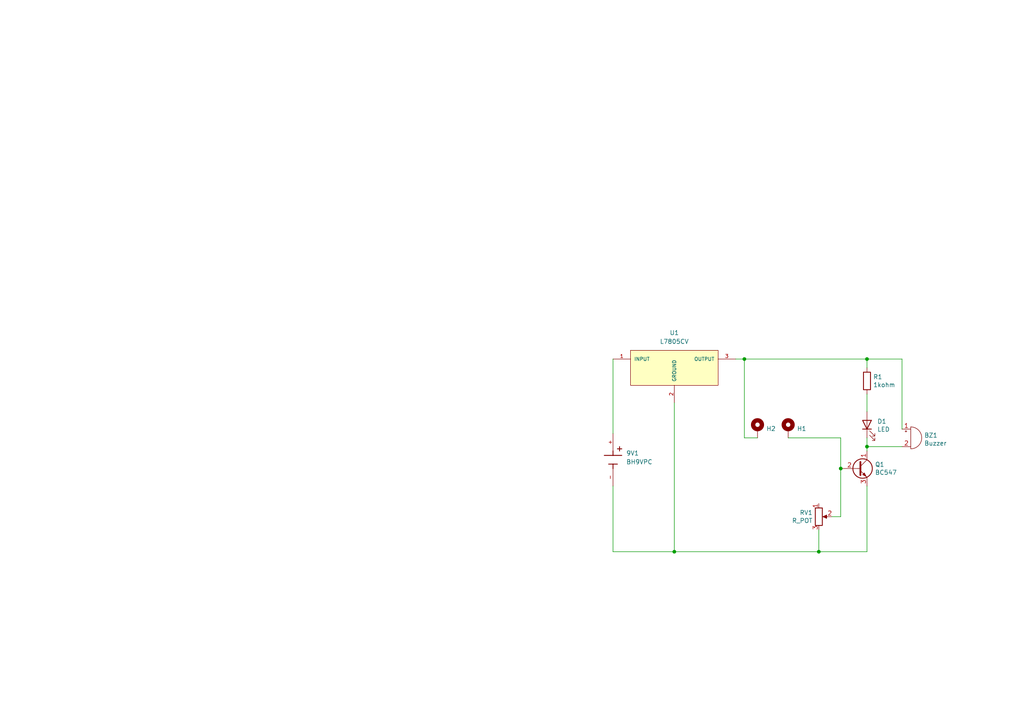
<source format=kicad_sch>
(kicad_sch (version 20211123) (generator eeschema)
  (paper "A4")
  (title_block (title "Soil Humidity Detection Device") (comment 1 "Omer Faruk Bayir") (comment 2 "180208063"))
  (lib_symbols
    (symbol "BH9VPC:BH9VPC" (pin_names (offset 1.016))
      (property "Reference" "BT" (at -3.81 3.81 0))
      (property "Value" "BH9VPC" (at -3.81 -5.08 0))
      (symbol "BH9VPC_0_0"
        (polyline (pts (xy -3.81 1.905) (xy -2.54 1.905)) (stroke (width 0.254)))
        (polyline (pts (xy -3.175 2.54) (xy -3.175 1.27)) (stroke (width 0.254)))
        (polyline (pts (xy -1.27 0) (xy -2.54 0)) (stroke (width 0.254)))
        (polyline (pts (xy -1.27 0) (xy -1.27 -2.54)) (stroke (width 0.254)))
        (polyline (pts (xy -1.27 2.54) (xy -1.27 0)) (stroke (width 0.254)))
        (polyline (pts (xy 1.27 0) (xy 1.27 -1.27)) (stroke (width 0.254)))
        (polyline (pts (xy 1.27 0) (xy 2.54 0)) (stroke (width 0.254)))
        (polyline (pts (xy 1.27 1.27) (xy 1.27 0)) (stroke (width 0.254)))
        (pin passive line (at -7.62 0 0) (length 5.08) (name "~") (number "+"))
        (pin passive line (at 7.62 0 180) (length 5.08) (name "~") (number "-"))
      )
    )
    (symbol "Device:Buzzer" (pin_names (offset 0.0254) hide)
      (property "Reference" "BZ" (at 3.81 1.27 0))
      (property "Value" "Buzzer" (at 3.81 -1.27 0))
      (symbol "Buzzer_0_1"
        (arc (start 0 -3.175) (mid 3.175 0) (end 0 3.175))
        (polyline (pts (xy -1.651 1.905) (xy -1.143 1.905)))
        (polyline (pts (xy -1.397 2.159) (xy -1.397 1.651)))
        (polyline (pts (xy 0 3.175) (xy 0 -3.175)))
      )
      (symbol "Buzzer_1_1"
        (pin passive line (at -2.54 2.54 0) (length 2.54) (name "-") (number "1"))
        (pin passive line (at -2.54 -2.54 0) (length 2.54) (name "+") (number "2"))
      )
    )
    (symbol "Device:LED" (pin_numbers hide) (pin_names (offset 1.016) hide)
      (property "Reference" "D" (at 0 2.54 0))
      (property "Value" "LED" (at 0 -2.54 0))
      (symbol "LED_0_1"
        (polyline (pts (xy -1.27 -1.27) (xy -1.27 1.27)) (stroke (width 0.254)))
        (polyline (pts (xy -1.27 0) (xy 1.27 0)))
        (polyline (pts (xy 1.27 -1.27) (xy 1.27 1.27) (xy -1.27 0) (xy 1.27 -1.27)) (stroke (width 0.254)))
        (polyline (pts (xy -3.048 -0.762) (xy -4.572 -2.286) (xy -3.81 -2.286) (xy -4.572 -2.286) (xy -4.572 -1.524)))
        (polyline (pts (xy -1.778 -0.762) (xy -3.302 -2.286) (xy -2.54 -2.286) (xy -3.302 -2.286) (xy -3.302 -1.524)))
      )
      (symbol "LED_1_1"
        (pin passive line (at -3.81 0 0) (length 2.54) (name "K") (number "1"))
        (pin passive line (at 3.81 0 180) (length 2.54) (name "A") (number "2"))
      )
    )
    (symbol "Device:R" (pin_numbers hide) (pin_names (offset 0))
      (property "Reference" "R" (at 2.032 0 90))
      (property "Value" "R" (at 0 0 90))
      (symbol "R_0_1"
        (rectangle (start -1.016 -2.54) (end 1.016 2.54) (stroke (width 0.254)))
      )
      (symbol "R_1_1"
        (pin passive line (at 0 3.81 270) (length 1.27) (name "~") (number "1"))
        (pin passive line (at 0 -3.81 90) (length 1.27) (name "~") (number "2"))
      )
    )
    (symbol "L7805CV:L7805CV" (pin_names (offset 1.016))
      (property "Reference" "U" (at -12.7 5.842 0))
      (property "Value" "L7805CV" (at -12.7 -7.62 0))
      (symbol "L7805CV_0_0"
        (rectangle (start -12.7 5.08) (end 12.7 -5.08) (stroke (width 0.1524)) (fill (type background)))
        (pin input line (at -17.78 2.54 0) (length 5.08) (name "INPUT") (number "1"))
        (pin power_in line (at 0 -10.16 90) (length 5.08) (name "GROUND") (number "2"))
        (pin output line (at 17.78 2.54 180) (length 5.08) (name "OUTPUT") (number "3"))
      )
    )
    (symbol "Mechanical:MountingHole_Pad" (pin_numbers hide) (pin_names (offset 1.016) hide)
      (property "Reference" "H" (at 0 6.35 0))
      (property "Value" "MountingHole_Pad" (at 0 4.445 0))
      (symbol "MountingHole_Pad_0_1"
        (circle (center 0 1.27) (radius 1.27) (stroke (width 1.27)))
      )
      (symbol "MountingHole_Pad_1_1"
        (pin input line (at 0 -2.54 90) (length 2.54) (name "1") (number "1"))
      )
    )
    (symbol "Resistive-Soil-Humidity-Sensor-rescue:R_POT-Device" (pin_names (offset 1.016) hide)
      (property "Reference" "RV" (at -4.445 0 90))
      (property "Value" "R_POT-Device" (at -2.54 0 90))
      (symbol "R_POT-Device_0_1"
        (polyline (pts (xy 2.54 0) (xy 1.524 0)))
        (polyline (pts (xy 1.143 0) (xy 2.286 0.508) (xy 2.286 -0.508) (xy 1.143 0)) (fill (type outline)))
        (rectangle (start 1.016 2.54) (end -1.016 -2.54) (stroke (width 0.254)))
      )
      (symbol "R_POT-Device_1_1"
        (pin passive line (at 0 3.81 270) (length 1.27) (name "1") (number "1"))
        (pin passive line (at 3.81 0 180) (length 1.27) (name "2") (number "2"))
        (pin passive line (at 0 -3.81 90) (length 1.27) (name "3") (number "3"))
      )
    )
    (symbol "Transistor_BJT:BC547" (pin_names (offset 0) hide)
      (property "Reference" "Q" (at 5.08 1.905 0))
      (property "Value" "BC547" (at 5.08 0 0))
      (symbol "BC547_0_1"
        (polyline (pts (xy 0 0) (xy 0.635 0)))
        (polyline (pts (xy 0.635 0.635) (xy 2.54 2.54)))
        (polyline (pts (xy 0.635 -0.635) (xy 2.54 -2.54) (xy 2.54 -2.54)))
        (polyline (pts (xy 0.635 1.905) (xy 0.635 -1.905) (xy 0.635 -1.905)) (stroke (width 0.508)))
        (polyline (pts (xy 1.27 -1.778) (xy 1.778 -1.27) (xy 2.286 -2.286) (xy 1.27 -1.778) (xy 1.27 -1.778)) (fill (type outline)))
        (circle (center 1.27 0) (radius 2.8194) (stroke (width 0.254)))
      )
      (symbol "BC547_1_1"
        (pin passive line (at 2.54 5.08 270) (length 2.54) (name "C") (number "1"))
        (pin input line (at -5.08 0 0) (length 5.08) (name "B") (number "2"))
        (pin passive line (at 2.54 -5.08 90) (length 2.54) (name "E") (number "3"))
      )
    )
  )
  (junction (at 251.46 104.14))
  (junction (at 251.46 129.54))
  (junction (at 243.84 135.89))
  (junction (at 215.9 104.14))
  (junction (at 195.58 160.02))
  (junction (at 237.49 160.02))
  (wire (pts (xy 251.46 127) (xy 251.46 129.54)))
  (wire (pts (xy 243.84 135.89) (xy 243.84 127)))
  (wire (pts (xy 177.8 160.02) (xy 195.58 160.02)))
  (wire (pts (xy 251.46 104.14) (xy 251.46 106.68)))
  (wire (pts (xy 213.36 104.14) (xy 215.9 104.14)))
  (wire (pts (xy 261.62 124.46) (xy 261.62 104.14)))
  (wire (pts (xy 195.58 160.02) (xy 237.49 160.02)))
  (wire (pts (xy 215.9 104.14) (xy 251.46 104.14)))
  (wire (pts (xy 243.84 135.89) (xy 243.84 149.86)))
  (wire (pts (xy 261.62 129.54) (xy 251.46 129.54)))
  (wire (pts (xy 228.6 127) (xy 243.84 127)))
  (wire (pts (xy 241.3 149.86) (xy 243.84 149.86)))
  (wire (pts (xy 215.9 104.14) (xy 215.9 127)))
  (wire (pts (xy 251.46 160.02) (xy 237.49 160.02)))
  (wire (pts (xy 177.8 140.97) (xy 177.8 160.02)))
  (wire (pts (xy 177.8 104.14) (xy 177.8 125.73)))
  (wire (pts (xy 251.46 114.3) (xy 251.46 119.38)))
  (wire (pts (xy 195.58 116.84) (xy 195.58 160.02)))
  (wire (pts (xy 215.9 127) (xy 219.71 127)))
  (wire (pts (xy 261.62 104.14) (xy 251.46 104.14)))
  (wire (pts (xy 237.49 153.67) (xy 237.49 160.02)))
  (wire (pts (xy 251.46 140.97) (xy 251.46 160.02)))
  (wire (pts (xy 251.46 129.54) (xy 251.46 130.81)))
  (symbol (lib_id "Transistor_BJT:BC547") (at 248.92 135.89 0) (unit 1)
    (property "Reference" "Q1" (at 253.7714 134.7216 0) (effects (justify left)))
    (property "Value" "BC547" (at 253.7714 137.033 0) (effects (justify left)))
    (property "Footprint" "Package_TO_SOT_THT:TO-92_Inline" (effects hide))
    (property "Datasheet" "http://www.fairchildsemi.com/ds/BC/BC547.pdf" (effects hide))
  )
  (symbol (lib_id "Device:LED") (at 251.46 123.19 90) (unit 1)
    (property "Reference" "D1" (at 254.4318 122.2248 90) (effects (justify right)))
    (property "Value" "LED" (at 254.4318 124.5362 90) (effects (justify right)))
    (property "Footprint" "LED_THT:LED_D3.0mm_FlatTop" (effects hide))
  )
  (symbol (lib_id "Device:R") (at 251.46 110.49 0) (unit 1)
    (property "Reference" "R1" (at 253.238 109.3216 0) (effects (justify left)))
    (property "Value" "1kohm" (at 253.238 111.633 0) (effects (justify left)))
    (property "Footprint" "Resistor_SMD:R_0402_1005Metric" (effects hide))
  )
  (symbol (lib_id "Device:Buzzer") (at 264.16 127 0) (unit 1)
    (property "Reference" "BZ1" (at 268.0462 126.2634 0) (effects (justify left)))
    (property "Value" "Buzzer" (at 268.0462 128.5748 0) (effects (justify left)))
    (property "Footprint" "Buzzer_Beeper:Buzzer_12x9.5RM7.6" (effects hide))
  )
  (symbol (lib_id "Resistive-Soil-Humidity-Sensor-rescue:R_POT-Device") (at 237.49 149.86 0) (unit 1)
    (property "Reference" "RV1" (at 235.712 148.6916 0) (effects (justify right)))
    (property "Value" "R_POT" (at 235.712 151.003 0) (effects (justify right)))
    (property "Footprint" "Potentiometer_THT:Potentiometer_Bourns_3266Y_Vertical" (effects hide))
  )
  (symbol (lib_id "Mechanical:MountingHole_Pad") (at 219.71 124.46 0) (unit 1)
    (property "Reference" "H2" (at 222.25 124.333 0) (effects (justify left)))
    (property "Value" "MountingHole_Pad" (effects hide))
    (property "Footprint" "Connector_Pin:Pin_D0.9mm_L10.0mm_W2.4mm_FlatFork" (effects hide))
  )
  (symbol (lib_id "Mechanical:MountingHole_Pad") (at 228.6 124.46 0) (unit 1)
    (property "Reference" "H1" (at 231.14 124.333 0) (effects (justify left)))
    (property "Value" "MountingHole_Pad" (effects hide))
    (property "Footprint" "Connector_Pin:Pin_D0.9mm_L10.0mm_W2.4mm_FlatFork" (effects hide))
  )
  (symbol (lib_id "BH9VPC:BH9VPC") (at 177.8 133.35 270) (unit 1)
    (property "Reference" "9V1" (at 181.61 131.4449 90) (effects (justify left)))
    (property "Value" "BH9VPC" (at 181.61 133.9849 90) (effects (justify left)))
    (property "Footprint" "BHVPC-BatteryHolder:BAT_BH9VPC" (effects hide))
    (property "STANDARD" "Manufacturer Recommendations" (effects hide))
    (property "MANUFACTURER" "MPD" (effects hide))
    (property "MAXIMUM_PACKAGE_HEIGHT" "20.62mm" (effects hide))
    (property "PARTREV" "F" (effects hide))
  )
  (symbol (lib_id "L7805CV:L7805CV") (at 195.58 106.68 0) (unit 1)
    (property "Reference" "U1" (at 195.58 96.52 0))
    (property "Value" "L7805CV" (at 195.58 99.06 0))
    (property "Footprint" "TO255P1040X460X1968-3" (effects hide))
    (property "STANDARD" "IPC-7351B" (effects hide))
    (property "MANUFACTURER" "STMicroelectronics" (effects hide))
    (property "PARTREV" "36" (effects hide))
  )
)
</source>
